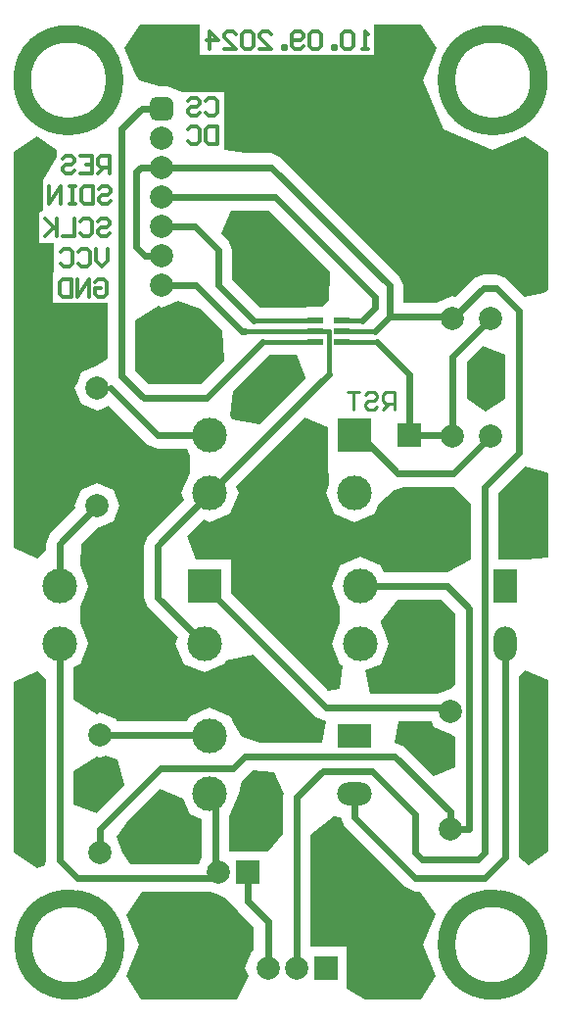
<source format=gtl>
G04 Layer_Physical_Order=1*
G04 Layer_Color=255*
%FSLAX44Y44*%
%MOMM*%
G71*
G01*
G75*
%ADD10C,1.5000*%
G04:AMPARAMS|DCode=11|XSize=1.37mm|YSize=0.59mm|CornerRadius=0.0737mm|HoleSize=0mm|Usage=FLASHONLY|Rotation=0.000|XOffset=0mm|YOffset=0mm|HoleType=Round|Shape=RoundedRectangle|*
%AMROUNDEDRECTD11*
21,1,1.3700,0.4425,0,0,0.0*
21,1,1.2225,0.5900,0,0,0.0*
1,1,0.1475,0.6112,-0.2213*
1,1,0.1475,-0.6112,-0.2213*
1,1,0.1475,-0.6112,0.2213*
1,1,0.1475,0.6112,0.2213*
%
%ADD11ROUNDEDRECTD11*%
%ADD12C,0.6000*%
%ADD13C,0.4000*%
%ADD14C,0.3000*%
%ADD15C,0.2540*%
%ADD16C,2.0000*%
G04:AMPARAMS|DCode=17|XSize=2mm|YSize=2mm|CornerRadius=0.5mm|HoleSize=0mm|Usage=FLASHONLY|Rotation=270.000|XOffset=0mm|YOffset=0mm|HoleType=Round|Shape=RoundedRectangle|*
%AMROUNDEDRECTD17*
21,1,2.0000,1.0000,0,0,270.0*
21,1,1.0000,2.0000,0,0,270.0*
1,1,1.0000,-0.5000,-0.5000*
1,1,1.0000,-0.5000,0.5000*
1,1,1.0000,0.5000,0.5000*
1,1,1.0000,0.5000,-0.5000*
%
%ADD17ROUNDEDRECTD17*%
%ADD18C,3.0000*%
%ADD19O,2.0000X3.0000*%
%ADD20R,2.0000X3.0000*%
%ADD21R,2.0000X2.0000*%
%ADD22R,3.0000X3.0000*%
%ADD23O,3.0000X2.0000*%
%ADD24R,3.0000X2.0000*%
G36*
X497679Y586125D02*
X494895Y575000D01*
Y575000D01*
X487603Y557397D01*
X486906Y557108D01*
Y525500D01*
X520500D01*
X533094Y540284D01*
Y572500D01*
X534375Y575594D01*
X525909Y593897D01*
X506636Y595482D01*
X497679Y586125D01*
D02*
G37*
G36*
X399861Y553023D02*
X388777Y537977D01*
X394483Y524200D01*
X401027Y514406D01*
X460478D01*
X463094Y520722D01*
Y552966D01*
X452397Y557397D01*
X446574Y571453D01*
X426627Y579789D01*
X399861Y553023D01*
D02*
G37*
G36*
X630000Y619406D02*
X638419Y615919D01*
X663816Y590522D01*
X682294Y598176D01*
Y624114D01*
X677500Y627317D01*
X663723Y633023D01*
X661623Y638094D01*
X633169D01*
X630000Y619406D01*
D02*
G37*
G36*
X375000Y606317D02*
X371906Y607598D01*
X351906Y595209D01*
Y566276D01*
X371906Y558744D01*
X395906Y582744D01*
X390293Y605416D01*
X380294Y608510D01*
X375000Y606317D01*
D02*
G37*
G36*
X397971Y470594D02*
X408573Y445000D01*
X397389Y418000D01*
X410753Y398000D01*
X493316D01*
X503416Y418000D01*
X500517Y425000D01*
X506223Y438777D01*
X508094Y439551D01*
Y460068D01*
X494081Y474081D01*
X493949Y474400D01*
X482438Y485835D01*
X477100Y488017D01*
X470879Y490594D01*
X411335D01*
X397971Y470594D01*
D02*
G37*
G36*
X556906Y539680D02*
Y443000D01*
X588000D01*
Y407000D01*
X604272Y398000D01*
X652247D01*
X665611Y418000D01*
X654427Y445000D01*
X665236Y471094D01*
X651872Y491094D01*
X647000D01*
X638581Y494581D01*
X586581Y546581D01*
X583094Y555000D01*
X576843Y555750D01*
X556906Y539680D01*
D02*
G37*
G36*
X736906Y676727D02*
Y520500D01*
X745286Y513355D01*
X762500Y525059D01*
Y673592D01*
X742500Y682106D01*
X736906Y676727D01*
D02*
G37*
G36*
X300500Y671867D02*
Y524575D01*
X320500Y510763D01*
X326963Y513210D01*
X328094Y517500D01*
Y674826D01*
X320500Y681196D01*
X300500Y671867D01*
D02*
G37*
G36*
X617603Y724071D02*
Y722603D01*
X620027Y716752D01*
X624895Y705000D01*
X617603Y687396D01*
X604349Y681906D01*
X608327Y661906D01*
X666934D01*
X677500Y666283D01*
X682294Y669486D01*
Y730868D01*
X670068Y743094D01*
X632180D01*
X617603Y724071D01*
D02*
G37*
G36*
X428500Y995717D02*
X425406Y996998D01*
X405406Y984609D01*
Y941432D01*
X417432Y929406D01*
X462568D01*
X482602Y949440D01*
X480481Y975603D01*
X461211Y994873D01*
X442277Y1001423D01*
X428500Y995717D01*
D02*
G37*
G36*
X300500Y1129747D02*
Y788133D01*
X320500Y778804D01*
X328094Y785174D01*
Y791700D01*
X331581Y800119D01*
X353792Y822330D01*
X353017Y824200D01*
X358723Y837977D01*
X372500Y843683D01*
X386277Y837977D01*
X391983Y824200D01*
X386277Y810423D01*
X372500Y804717D01*
X358488Y791502D01*
X357603Y772604D01*
X364895Y755000D01*
X364533Y754126D01*
X360027Y743248D01*
X357603Y737396D01*
Y730000D01*
Y722603D01*
X360027Y716752D01*
X364533Y705874D01*
X364895Y705000D01*
X357603Y687396D01*
X356730Y687035D01*
X351906Y685037D01*
Y656391D01*
X371906Y644002D01*
X375000Y645283D01*
X388777Y639577D01*
X389551Y637706D01*
X450368D01*
X452034Y641729D01*
X452397Y642604D01*
X470000Y649895D01*
X487603Y642604D01*
X487966Y641729D01*
X489967Y636898D01*
X497190Y624305D01*
X513373Y619406D01*
X566831D01*
X570000Y638094D01*
X561581Y641581D01*
X507624Y695538D01*
X484032Y690846D01*
X482603Y687396D01*
X481729Y687034D01*
X465000Y680105D01*
X447397Y687396D01*
X440105Y705000D01*
X442465Y710697D01*
X416581Y736581D01*
X413094Y745000D01*
Y790000D01*
X416581Y798419D01*
X447465Y829303D01*
X445105Y835000D01*
X452397Y852604D01*
Y867396D01*
X450037Y873094D01*
X425000D01*
X416581Y876581D01*
X382643Y910518D01*
X377201Y908264D01*
X372500Y906317D01*
X358723Y912023D01*
X353017Y925800D01*
X354964Y930501D01*
X358723Y939577D01*
X372500Y945283D01*
X381594Y951359D01*
Y999460D01*
X334333D01*
Y1025775D01*
X335333D01*
Y1051460D01*
X322098D01*
Y1077775D01*
X325637Y1079460D01*
Y1105775D01*
X325637D01*
X337333Y1125775D01*
Y1131775D01*
X321805Y1142571D01*
X320500Y1143111D01*
X300500Y1129747D01*
D02*
G37*
G36*
X395975Y1220000D02*
X404438Y1199569D01*
X408658Y1191687D01*
X426050Y1186671D01*
X433500Y1186671D01*
X445568Y1181775D01*
X445568Y1181775D01*
X482040D01*
Y1155460D01*
Y1131460D01*
X500899Y1128706D01*
X523200D01*
X531619Y1125219D01*
X633419Y1023419D01*
X636906Y1015000D01*
Y999406D01*
X666153D01*
X666223Y999577D01*
X680000Y1005283D01*
X681870Y1004508D01*
X698281Y1020919D01*
X706700Y1024406D01*
X717500D01*
X725919Y1020919D01*
X742500Y1004338D01*
X758622Y1008236D01*
X762500Y1010469D01*
Y1130162D01*
X742500Y1143525D01*
X714500Y1131927D01*
X672022Y1149522D01*
X654427Y1192000D01*
X666025Y1220000D01*
X652662Y1240000D01*
X631947D01*
X612040Y1239775D01*
X612040Y1220000D01*
Y1213460D01*
X461305D01*
Y1220000D01*
X461305Y1239775D01*
X441398Y1240000D01*
X409338D01*
X395975Y1220000D01*
D02*
G37*
G36*
X479844Y1059494D02*
X485819Y1053519D01*
X489306Y1045100D01*
Y1020032D01*
X514014Y995324D01*
X552645D01*
X554688Y996170D01*
X566912D01*
X572516Y1001131D01*
X574054Y1026608D01*
X521168Y1079494D01*
X488129D01*
X479844Y1059494D01*
D02*
G37*
G36*
X492535Y840697D02*
X494895Y835000D01*
X487603Y817397D01*
X470000Y810105D01*
X464303Y812465D01*
X449838Y798000D01*
X458122Y778000D01*
X488000D01*
Y748838D01*
X572312Y664526D01*
X582198Y665831D01*
X584897Y686361D01*
X582397Y687396D01*
X575105Y705000D01*
X579973Y716752D01*
X582397Y722603D01*
Y730000D01*
Y737396D01*
X579973Y743247D01*
X575105Y755000D01*
X582034Y771729D01*
X582397Y772604D01*
X600000Y779895D01*
X617603Y772604D01*
X617966Y771729D01*
X619963Y766906D01*
X675000D01*
X675594Y766660D01*
X695594Y777376D01*
Y825073D01*
X680916Y840472D01*
X677116Y840594D01*
X638373D01*
X629510Y837911D01*
X616127Y825903D01*
X612966Y818271D01*
X612603Y817396D01*
X595000Y810105D01*
X577397Y817396D01*
X577034Y818271D01*
X570105Y835000D01*
X573004Y842000D01*
X572000Y862000D01*
X572000Y872016D01*
Y891878D01*
X552000Y900162D01*
X492535Y840697D01*
D02*
G37*
G36*
X719406Y835068D02*
Y778000D01*
X743000D01*
Y778000D01*
X762500Y779207D01*
Y852031D01*
X758622Y854264D01*
X742500Y858162D01*
X719406Y835068D01*
D02*
G37*
G36*
X691906Y948368D02*
Y916801D01*
X708329Y905827D01*
X725594Y916211D01*
Y954933D01*
X705594Y962056D01*
X691906Y948368D01*
D02*
G37*
G36*
X490068Y923230D02*
X487603Y902604D01*
X489032Y899154D01*
X512624Y894462D01*
X552781Y934620D01*
X552834Y935145D01*
X544554Y954676D01*
X521514D01*
X490068Y923230D01*
D02*
G37*
D10*
X308500Y445000D02*
G03*
X308500Y445000I40000J0D01*
G01*
X674500D02*
G03*
X674500Y445000I40000J0D01*
G01*
X307500Y1192000D02*
G03*
X307500Y1192000I40000J0D01*
G01*
X674500D02*
G03*
X674500Y1192000I40000J0D01*
G01*
D11*
X584200Y965500D02*
D03*
Y975000D02*
D03*
Y984500D02*
D03*
X560800D02*
D03*
Y975000D02*
D03*
Y965500D02*
D03*
D12*
X647000Y503000D02*
X595000Y555000D01*
X707500Y503000D02*
X647000D01*
X725000Y520500D02*
X707500Y503000D01*
X653500Y519000D02*
X647500Y525000D01*
X702000Y519000D02*
X653500D01*
X707500Y524500D02*
X702000Y519000D01*
X725000Y520500D02*
Y705000D01*
X707500Y524500D02*
Y840000D01*
X677500Y642500D02*
X670000Y650000D01*
X694200Y545200D02*
X677500D01*
X694200D02*
Y735800D01*
X677500Y545200D02*
Y560000D01*
X393500Y936500D02*
Y1150000D01*
X411100Y1167600D02*
X393500Y1150000D01*
X428500Y1167600D02*
X411100D01*
X523200Y1116800D02*
X428500D01*
X625000Y1015000D02*
X523200Y1116800D01*
X508000Y984500D02*
X477400Y1015100D01*
X500000Y975000D02*
X497923D01*
X457723Y1015200D01*
X477400Y1015100D02*
Y1045100D01*
X457723Y1015200D02*
X428500D01*
X526100Y1091400D02*
X428500D01*
X612500Y1005000D02*
X526100Y1091400D01*
X412500Y917500D02*
X393500Y936500D01*
X410300Y1116800D02*
X406500Y1113000D01*
Y1048000D02*
Y1113000D01*
X413900Y1040600D02*
X406500Y1048000D01*
X428500Y1040600D02*
X413900D01*
X428500Y1116800D02*
X410300D01*
X456500Y1066000D02*
X428500D01*
X477400Y1045100D02*
X456500Y1066000D01*
X570000Y650000D02*
X465000Y755000D01*
X670000Y650000D02*
X570000D01*
X572500Y937500D02*
X470000Y835000D01*
X469200Y625800D02*
X375000D01*
X595000Y555000D02*
Y575000D01*
X467500Y917500D02*
X412500D01*
X515500Y965500D02*
X467500Y917500D01*
X647500Y525000D02*
Y557500D01*
X567500Y595000D02*
X545000Y572500D01*
X610000Y595000D02*
X567500D01*
X647500Y557500D02*
X610000Y595000D01*
X475000Y570000D02*
X470000Y575000D01*
X475000Y509600D02*
Y570000D01*
X355000Y502500D02*
X340000Y517500D01*
X472100Y502500D02*
X355000D01*
X477100Y507500D02*
X472100Y502500D01*
X470000Y835000D02*
X425000Y790000D01*
Y745000D02*
Y790000D01*
X465000Y705000D02*
X425000Y745000D01*
X425000Y885000D02*
X384200Y925800D01*
X470000Y885000D02*
X425000D01*
X545000Y425000D02*
Y572500D01*
X502500Y482500D02*
Y507500D01*
X520000Y465000D02*
X502500Y482500D01*
X520000Y425000D02*
Y465000D01*
X678300Y987500D02*
X625000D01*
X375000Y524200D02*
Y545000D01*
X427500Y597500D02*
X375000Y545000D01*
X490000Y597500D02*
X427500D01*
X630000Y607500D02*
X500000D01*
X490000Y597500D01*
X737500Y870000D02*
Y992500D01*
Y870000D02*
X707500Y840000D01*
X675000Y755000D02*
X600000D01*
X694200Y735800D02*
X675000Y755000D01*
X677500Y642500D02*
Y646800D01*
Y560000D02*
X630000Y607500D01*
X706700Y1012500D02*
X680000Y985800D01*
X717500Y1012500D02*
X706700D01*
X737500Y992500D02*
X717500Y1012500D01*
X340000Y517500D02*
Y705000D01*
Y755000D02*
Y791700D01*
X372500Y824200D02*
X340000Y791700D01*
X632500Y852500D02*
X600000Y885000D01*
X680800Y852500D02*
X632500D01*
X712500Y884200D02*
X680800Y852500D01*
X679200Y885000D02*
X642500D01*
X712500Y985800D02*
X680000Y953300D01*
Y884200D02*
Y953300D01*
X642500Y937500D02*
X614500Y965500D01*
X642500Y885000D02*
Y937500D01*
X625000Y987500D02*
Y1015000D01*
Y987500D02*
X612500Y975000D01*
X612500Y995000D02*
Y1005000D01*
Y995000D02*
X602000Y984500D01*
D13*
X560800D02*
X508000D01*
X572500Y937500D02*
Y975000D01*
X470000Y625000D02*
X469200Y625800D01*
X560800Y965500D02*
X515500D01*
X477100Y507500D02*
X475000Y509600D01*
X384200Y925800D02*
X372500D01*
X680000Y985800D02*
X678300Y987500D01*
X596700Y625000D02*
X595000D01*
X572500Y975000D02*
X560800D01*
X600000Y885000D02*
X595000D01*
X680000Y884200D02*
X679200Y885000D01*
X614500Y965500D02*
X584200D01*
X612500Y975000D02*
X584200D01*
X602000Y984500D02*
X584200D01*
X560800Y975000D02*
X500000D01*
X470000Y885000D02*
Y887500D01*
D14*
X606500Y1219000D02*
X601422D01*
X603961D01*
Y1234235D01*
X606500Y1231696D01*
X593804D02*
X591265Y1234235D01*
X586187D01*
X583647Y1231696D01*
Y1221539D01*
X586187Y1219000D01*
X591265D01*
X593804Y1221539D01*
Y1231696D01*
X578569Y1219000D02*
Y1221539D01*
X576030D01*
Y1219000D01*
X578569D01*
X565873Y1231696D02*
X563334Y1234235D01*
X558256D01*
X555716Y1231696D01*
Y1221539D01*
X558256Y1219000D01*
X563334D01*
X565873Y1221539D01*
Y1231696D01*
X550638Y1221539D02*
X548099Y1219000D01*
X543021D01*
X540481Y1221539D01*
Y1231696D01*
X543021Y1234235D01*
X548099D01*
X550638Y1231696D01*
Y1229157D01*
X548099Y1226618D01*
X540481D01*
X535403Y1219000D02*
Y1221539D01*
X532864D01*
Y1219000D01*
X535403D01*
X512550D02*
X522707D01*
X512550Y1229157D01*
Y1231696D01*
X515090Y1234235D01*
X520168D01*
X522707Y1231696D01*
X507472D02*
X504933Y1234235D01*
X499855D01*
X497315Y1231696D01*
Y1221539D01*
X499855Y1219000D01*
X504933D01*
X507472Y1221539D01*
Y1231696D01*
X482080Y1219000D02*
X492237D01*
X482080Y1229157D01*
Y1231696D01*
X484619Y1234235D01*
X489698D01*
X492237Y1231696D01*
X469384Y1219000D02*
Y1234235D01*
X477002Y1226618D01*
X466845D01*
X370343Y1017696D02*
X372882Y1020235D01*
X377961D01*
X380500Y1017696D01*
Y1007539D01*
X377961Y1005000D01*
X372882D01*
X370343Y1007539D01*
Y1012617D01*
X375422D01*
X365265Y1005000D02*
Y1020235D01*
X355108Y1005000D01*
Y1020235D01*
X350030D02*
Y1005000D01*
X342412D01*
X339873Y1007539D01*
Y1017696D01*
X342412Y1020235D01*
X350030D01*
X381500Y1046235D02*
Y1036078D01*
X376422Y1031000D01*
X371343Y1036078D01*
Y1046235D01*
X356108Y1043696D02*
X358647Y1046235D01*
X363726D01*
X366265Y1043696D01*
Y1033539D01*
X363726Y1031000D01*
X358647D01*
X356108Y1033539D01*
X340873Y1043696D02*
X343412Y1046235D01*
X348491D01*
X351030Y1043696D01*
Y1033539D01*
X348491Y1031000D01*
X343412D01*
X340873Y1033539D01*
X373343Y1069696D02*
X375882Y1072235D01*
X380961D01*
X383500Y1069696D01*
Y1067157D01*
X380961Y1064617D01*
X375882D01*
X373343Y1062078D01*
Y1059539D01*
X375882Y1057000D01*
X380961D01*
X383500Y1059539D01*
X358108Y1069696D02*
X360647Y1072235D01*
X365726D01*
X368265Y1069696D01*
Y1059539D01*
X365726Y1057000D01*
X360647D01*
X358108Y1059539D01*
X353030Y1072235D02*
Y1057000D01*
X342873D01*
X337795Y1072235D02*
Y1057000D01*
Y1062078D01*
X327638Y1072235D01*
X335256Y1064617D01*
X327638Y1057000D01*
X374343Y1097696D02*
X376883Y1100235D01*
X381961D01*
X384500Y1097696D01*
Y1095157D01*
X381961Y1092617D01*
X376883D01*
X374343Y1090078D01*
Y1087539D01*
X376883Y1085000D01*
X381961D01*
X384500Y1087539D01*
X369265Y1100235D02*
Y1085000D01*
X361647D01*
X359108Y1087539D01*
Y1097696D01*
X361647Y1100235D01*
X369265D01*
X354030D02*
X348951D01*
X351491D01*
Y1085000D01*
X354030D01*
X348951D01*
X341334D02*
Y1100235D01*
X331177Y1085000D01*
Y1100235D01*
X383500Y1111000D02*
Y1126235D01*
X375882D01*
X373343Y1123696D01*
Y1118617D01*
X375882Y1116078D01*
X383500D01*
X378422D02*
X373343Y1111000D01*
X358108Y1126235D02*
X368265D01*
Y1111000D01*
X358108D01*
X368265Y1118617D02*
X363187D01*
X342873Y1123696D02*
X345412Y1126235D01*
X350491D01*
X353030Y1123696D01*
Y1121157D01*
X350491Y1118617D01*
X345412D01*
X342873Y1116078D01*
Y1113539D01*
X345412Y1111000D01*
X350491D01*
X353030Y1113539D01*
X476500Y1152235D02*
Y1137000D01*
X468882D01*
X466343Y1139539D01*
Y1149696D01*
X468882Y1152235D01*
X476500D01*
X451108Y1149696D02*
X453647Y1152235D01*
X458726D01*
X461265Y1149696D01*
Y1139539D01*
X458726Y1137000D01*
X453647D01*
X451108Y1139539D01*
X466343Y1173696D02*
X468882Y1176235D01*
X473961D01*
X476500Y1173696D01*
Y1163539D01*
X473961Y1161000D01*
X468882D01*
X466343Y1163539D01*
X451108Y1173696D02*
X453647Y1176235D01*
X458726D01*
X461265Y1173696D01*
Y1171157D01*
X458726Y1168617D01*
X453647D01*
X451108Y1166078D01*
Y1163539D01*
X453647Y1161000D01*
X458726D01*
X461265Y1163539D01*
D15*
X630000Y907500D02*
Y922735D01*
X622382D01*
X619843Y920196D01*
Y915117D01*
X622382Y912578D01*
X630000D01*
X624922D02*
X619843Y907500D01*
X604608Y920196D02*
X607147Y922735D01*
X612226D01*
X614765Y920196D01*
Y917657D01*
X612226Y915117D01*
X607147D01*
X604608Y912578D01*
Y910039D01*
X607147Y907500D01*
X612226D01*
X614765Y910039D01*
X599530Y922735D02*
X589373D01*
X594451D01*
Y907500D01*
D16*
X428500Y1015200D02*
D03*
Y1040600D02*
D03*
Y1066000D02*
D03*
Y1091400D02*
D03*
Y1142200D02*
D03*
Y1116800D02*
D03*
X680000Y985800D02*
D03*
Y884200D02*
D03*
X372500Y925800D02*
D03*
Y824200D02*
D03*
X375000Y524200D02*
D03*
Y625800D02*
D03*
X712500Y985800D02*
D03*
Y884200D02*
D03*
X677500Y646800D02*
D03*
Y545200D02*
D03*
X520000Y425000D02*
D03*
X545000D02*
D03*
X477100Y507500D02*
D03*
D17*
X428500Y1167600D02*
D03*
D18*
X600000Y705000D02*
D03*
Y755000D02*
D03*
X340000Y705000D02*
D03*
X465000D02*
D03*
X340000Y755000D02*
D03*
X470000Y575000D02*
D03*
Y625000D02*
D03*
Y835000D02*
D03*
X595000D02*
D03*
X470000Y885000D02*
D03*
D19*
X725000Y705000D02*
D03*
D20*
Y755000D02*
D03*
D21*
X642500Y885000D02*
D03*
X570000Y425000D02*
D03*
X502500Y507500D02*
D03*
D22*
X465000Y755000D02*
D03*
X595000Y885000D02*
D03*
D23*
Y575000D02*
D03*
D24*
Y625000D02*
D03*
M02*

</source>
